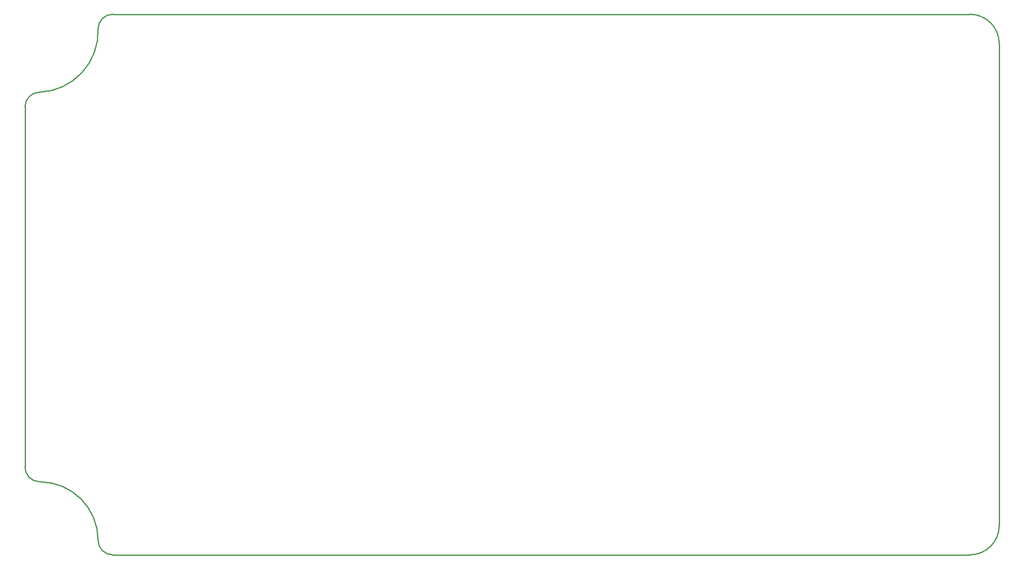
<source format=gm1>
G04*
G04 #@! TF.GenerationSoftware,Altium Limited,Altium Designer,20.2.7 (254)*
G04*
G04 Layer_Color=16711935*
%FSLAX44Y44*%
%MOMM*%
G71*
G04*
G04 #@! TF.SameCoordinates,FA449505-50EB-491E-B68D-EB9FEB1AD92A*
G04*
G04*
G04 #@! TF.FilePolarity,Positive*
G04*
G01*
G75*
%ADD40C,0.2540*%
D40*
X150000Y30000D02*
G03*
X30000Y150000I-120000J0D01*
G01*
X0Y180000D02*
G03*
X30000Y150000I30000J0D01*
G01*
X150000Y30000D02*
G03*
X180000Y0I30000J0D01*
G01*
X30000Y950000D02*
G03*
X-0Y920000I0J-30000D01*
G01*
X180000Y1110000D02*
G03*
X150000Y1080000I0J-30000D01*
G01*
X30000Y950000D02*
G03*
X150000Y1080000I-5000J125000D01*
G01*
X1940000Y0D02*
G03*
X2000000Y60000I-0J60000D01*
G01*
Y1050000D02*
G03*
X1940000Y1110000I-60000J0D01*
G01*
X-0Y920000D02*
X-0Y180000D01*
X180000Y1110000D02*
X1940000Y1110000D01*
X2000000Y60000D02*
X2000000Y1050000D01*
X180000Y-0D02*
X1940000Y0D01*
M02*

</source>
